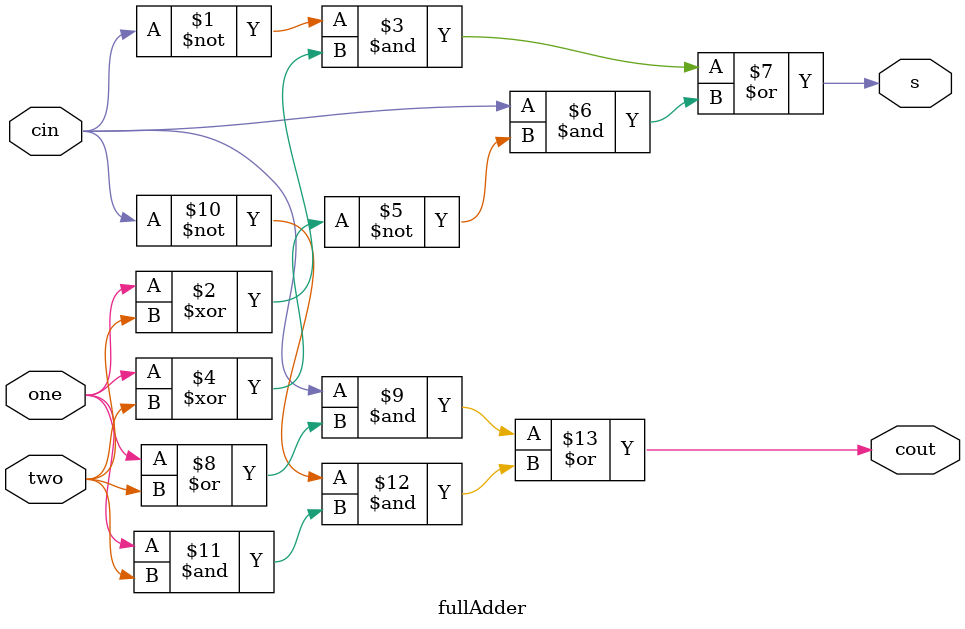
<source format=v>
module alu(SW, KEY, LEDR, HEX0, HEX1, HEX2, HEX3, HEX4, HEX5);
	input [7:0] SW;
	input [2:0] KEY;
	output [7:0] LEDR;
	output [6:0] HEX0, HEX1, HEX2, HEX3, HEX4, HEX5;
	
	aluOut alu0 (
		.A(SW[7:4]),
		.B(SW[3:0]),
		.func(KEY[2:0]),
		.out(LEDR[7:0])
	);
	
	wire [3:0] B;
	assign B = SW[3:0];
	wire [3:0] A;
	assign A = SW[7:4];
	wire [3:0] Aout30;
	assign Aout30 = LEDR[3:0];
	wire [3:0] Aout74;
	assign Aout74 = LEDR[7:4];
	
	seven_seg_decoder hx0 (B, HEX0);
	
	seven_seg_decoder hx1 (4'b0000, HEX1);
	
	seven_seg_decoder hx2 (A, HEX2);
	
	seven_seg_decoder hx3 (4'b0000, HEX3);
	
	seven_seg_decoder hx4 (Aout30, HEX4);
	
	seven_seg_decoder hx5 (Aout74, HEX5);
	
endmodule

module aluOut(A, B, func, out);
	input [3:0] A;
	input [3:0] B;
	input [2:0] func;
	output [7:0]out;
	wire carry_AB;
	wire [3:0]sum_AB;
	rippleAdder4bit r1(A, B, 1'b0, carry_AB, sum_AB);
	
	wire carry_A1;
	wire [3:0]sum_A1;
	rippleAdder4bit r2(A, 4'b0001, 1'b0, carry_A1, sum_A1);
	
	reg [7:0]out;
	
	always @(*)
	begin
		case(func)
			3'b000: out = {3'b000, carry_A1, sum_A1};
			3'b001: out = {3'b000, carry_AB, sum_AB};
			3'b010: out = {4'b0000, A + B};
			3'b011: out = {A | B, A ^ B};
			3'b100: out = (A | B != 4'b0000) ? 8'b00000001 : 8'b00000000; 
			3'b101: out = {A, B};
			default: out = 8'b00000000;
		endcase
	end

endmodule

module seven_seg_decoder(S,HEX0); // FROM LAB2
	input [3:0]S;
	output [6:0]HEX0;
	
	assign HEX0[0] = (~S[3]&~S[2]&~S[1]&S[0])|(~S[3]&S[2]&~S[1]&~S[0])|(S[3]&S[2]&~S[1]&S[0])|(S[3]&~S[2]&S[1]&S[0]);
	assign HEX0[1] = (S[3]&S[2]&~S[0])|(~S[3]&S[2]&~S[1]&S[0])|(S[3]&S[1]&S[0])|(S[2]&S[1]&~S[0]);
	assign HEX0[2] = (~S[3]&~S[2]&S[1]&~S[0])|(S[3]&S[2]&S[1])|(S[3]&S[2]&~S[0]);
	assign HEX0[3] = (~S[3]&~S[2]&~S[1]&S[0])|(~S[3]&S[2]&~S[1]&~S[0])|(S[3]&~S[2]&S[1]&~S[0])|(S[2]&S[1]&S[0]);
	assign HEX0[4] = (~S[3]&S[0])|(~S[3]&S[2]&~S[1])|(~S[2]&~S[1]&S[0]);
	assign HEX0[5] = (~S[3]&~S[2]&S[0])|(~S[3]&~S[2]&S[1])|(~S[3]&S[1]&S[0])|(S[3]&S[2]&~S[1]&S[0]);
	assign HEX0[6] = (~S[3]&~S[2]&~S[1])|(~S[3]&S[2]&S[1]&S[0])|(S[3]&S[2]&~S[1]&~S[0]);
endmodule

module rippleAdder4bit(a, b, cin, cout, s); // FROM LAB3 PART2
	input [3:0] a;
	input [3:0] b;
	input cin;
	output cout;
	output [3:0] s;
	wire c1, c2, c3;
	
	fullAdder f0(
		.one(a[0]),
		.two(b[0]),
		.cin(cin),
		.cout(c1),
		.s(s[0])
	);
	
	fullAdder f1(
		.one(a[1]),
		.two(b[1]),
		.cin(c1),
		.cout(c2),
		.s(s[1])
	);
	
	fullAdder f2(
		.one(a[2]),
		.two(b[2]),
		.cin(c2),
		.cout(c3),
		.s(s[2])
	);
	
	fullAdder f3(
		.one(a[3]),
		.two(b[3]),
		.cin(c3),
		.cout(cout),
		.s(s[3])
	);
	
endmodule

module fullAdder(one, two, cin, cout, s); // FROM LAB3 PART2
	input one, two, cin;
	output cout, s;
	
	assign s = ~cin & (one^two) | cin & ~(one ^ two);
	assign cout = cin & (one|two) | ~cin & (one&two);
endmodule

</source>
